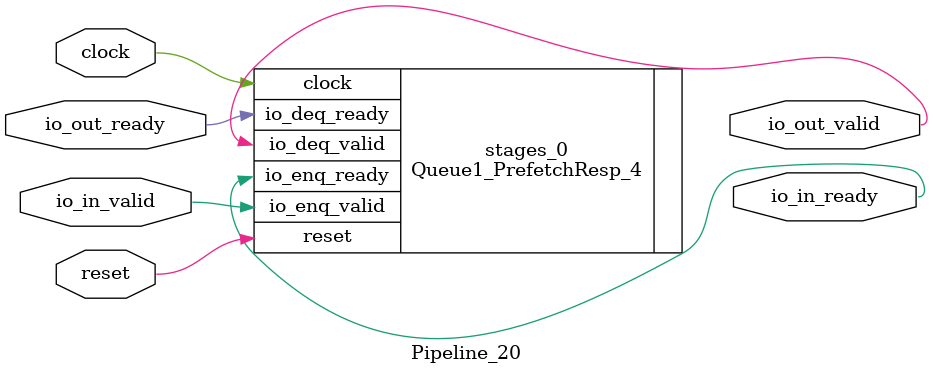
<source format=sv>
`ifndef RANDOMIZE
  `ifdef RANDOMIZE_MEM_INIT
    `define RANDOMIZE
  `endif // RANDOMIZE_MEM_INIT
`endif // not def RANDOMIZE
`ifndef RANDOMIZE
  `ifdef RANDOMIZE_REG_INIT
    `define RANDOMIZE
  `endif // RANDOMIZE_REG_INIT
`endif // not def RANDOMIZE

`ifndef RANDOM
  `define RANDOM $random
`endif // not def RANDOM

// Users can define INIT_RANDOM as general code that gets injected into the
// initializer block for modules with registers.
`ifndef INIT_RANDOM
  `define INIT_RANDOM
`endif // not def INIT_RANDOM

// If using random initialization, you can also define RANDOMIZE_DELAY to
// customize the delay used, otherwise 0.002 is used.
`ifndef RANDOMIZE_DELAY
  `define RANDOMIZE_DELAY 0.002
`endif // not def RANDOMIZE_DELAY

// Define INIT_RANDOM_PROLOG_ for use in our modules below.
`ifndef INIT_RANDOM_PROLOG_
  `ifdef RANDOMIZE
    `ifdef VERILATOR
      `define INIT_RANDOM_PROLOG_ `INIT_RANDOM
    `else  // VERILATOR
      `define INIT_RANDOM_PROLOG_ `INIT_RANDOM #`RANDOMIZE_DELAY begin end
    `endif // VERILATOR
  `else  // RANDOMIZE
    `define INIT_RANDOM_PROLOG_
  `endif // RANDOMIZE
`endif // not def INIT_RANDOM_PROLOG_

// Include register initializers in init blocks unless synthesis is set
`ifndef SYNTHESIS
  `ifndef ENABLE_INITIAL_REG_
    `define ENABLE_INITIAL_REG_
  `endif // not def ENABLE_INITIAL_REG_
`endif // not def SYNTHESIS

// Include rmemory initializers in init blocks unless synthesis is set
`ifndef SYNTHESIS
  `ifndef ENABLE_INITIAL_MEM_
    `define ENABLE_INITIAL_MEM_
  `endif // not def ENABLE_INITIAL_MEM_
`endif // not def SYNTHESIS

module Pipeline_20(
  input  clock,
  input  reset,
  output io_in_ready,
  input  io_in_valid,
  input  io_out_ready,
  output io_out_valid
);

  Queue1_PrefetchResp_4 stages_0 (
    .clock        (clock),
    .reset        (reset),
    .io_enq_ready (io_in_ready),
    .io_enq_valid (io_in_valid),
    .io_deq_ready (io_out_ready),
    .io_deq_valid (io_out_valid)
  );
endmodule


</source>
